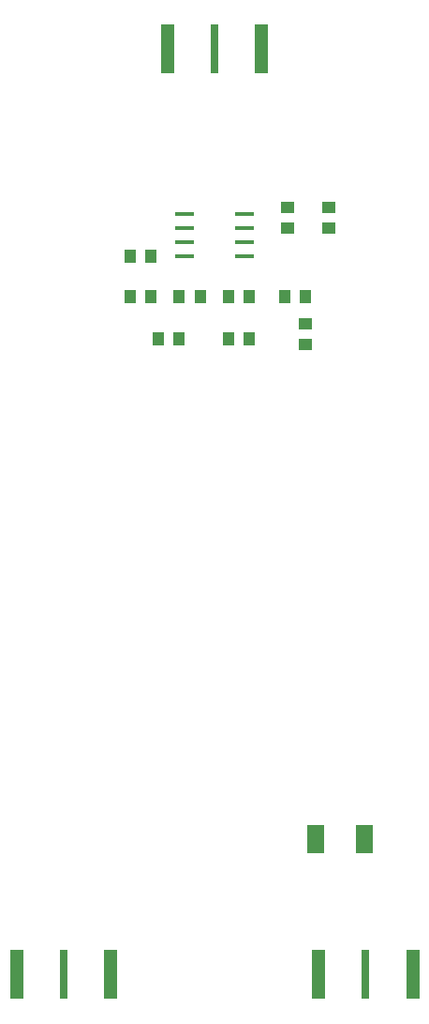
<source format=gbr>
G04 DipTrace 3.3.1.3*
G04 TopPaste.gbr*
%MOIN*%
G04 #@! TF.FileFunction,Paste,Top*
G04 #@! TF.Part,Single*
%ADD31R,0.07086X0.015742*%
%ADD33R,0.062986X0.098419*%
%ADD39R,0.025978X0.177947*%
%ADD41R,0.04527X0.177947*%
%ADD43R,0.051175X0.043301*%
%ADD45R,0.043301X0.051175*%
%FSLAX26Y26*%
G04*
G70*
G90*
G75*
G01*
G04 TopPaste*
%LPD*%
D45*
X2082763Y2782510D3*
X2157566D3*
X2332763D3*
X2407566D3*
D43*
X2607763Y2763759D3*
Y2838562D3*
D45*
X1982763Y3076259D3*
X2057566D3*
X1982763Y2932510D3*
X2057566D3*
D43*
X2545263Y3251259D3*
Y3176456D3*
X2689014Y3251259D3*
Y3176456D3*
D41*
X2654318Y526259D3*
X2988964D3*
D39*
X2821641D3*
D41*
X2451464Y3813759D3*
X2116818D3*
D39*
X2284141D3*
D41*
X1579318Y526259D3*
X1913964D3*
D39*
X1746641D3*
D45*
X2532763Y2932510D3*
X2607566D3*
D33*
X2645214Y1007510D3*
X2818443D3*
D45*
X2157763Y2932510D3*
X2232566D3*
X2332763D3*
X2407566D3*
D31*
X2176464Y3226259D3*
Y3176259D3*
Y3126259D3*
Y3076259D3*
X2389062D3*
Y3126259D3*
Y3176259D3*
Y3226259D3*
M02*

</source>
